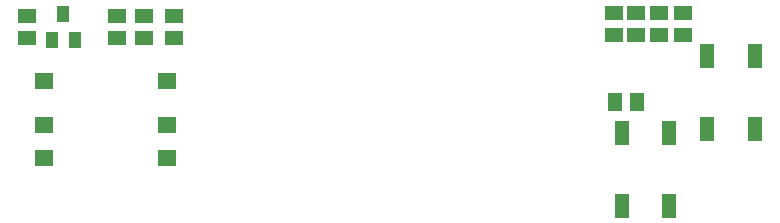
<source format=gbr>
G04 EAGLE Gerber RS-274X export*
G75*
%MOMM*%
%FSLAX34Y34*%
%LPD*%
%INSolderpaste Top*%
%IPPOS*%
%AMOC8*
5,1,8,0,0,1.08239X$1,22.5*%
G01*
%ADD10R,1.500000X1.240000*%
%ADD11R,1.240000X1.500000*%
%ADD12R,1.200000X2.000000*%
%ADD13R,1.500000X1.400000*%
%ADD14R,1.000000X1.400000*%


D10*
X570230Y206400D03*
X570230Y225400D03*
X511810Y225400D03*
X511810Y206400D03*
X114300Y222860D03*
X114300Y203860D03*
X139700Y222860D03*
X139700Y203860D03*
D11*
X531470Y149860D03*
X512470Y149860D03*
D10*
X549910Y225400D03*
X549910Y206400D03*
X530860Y225400D03*
X530860Y206400D03*
X91440Y203860D03*
X91440Y222860D03*
D12*
X630870Y188480D03*
X630870Y126480D03*
X590870Y126480D03*
X590870Y188480D03*
X558480Y123710D03*
X558480Y61710D03*
X518480Y61710D03*
X518480Y123710D03*
D13*
X29280Y167120D03*
X29280Y130120D03*
X29280Y102120D03*
X133280Y102120D03*
X133280Y130120D03*
X133280Y167120D03*
D14*
X45720Y224360D03*
X55220Y202360D03*
X36220Y202360D03*
D10*
X15240Y203860D03*
X15240Y222860D03*
M02*

</source>
